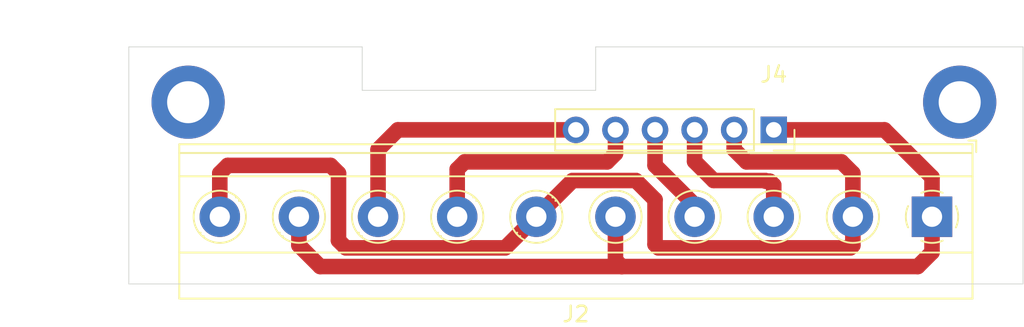
<source format=kicad_pcb>
(kicad_pcb (version 20171130) (host pcbnew "(5.1.7)-1")

  (general
    (thickness 1.6)
    (drawings 10)
    (tracks 54)
    (zones 0)
    (modules 4)
    (nets 7)
  )

  (page A4)
  (layers
    (0 F.Cu signal)
    (31 B.Cu signal)
    (32 B.Adhes user)
    (33 F.Adhes user)
    (34 B.Paste user)
    (35 F.Paste user)
    (36 B.SilkS user)
    (37 F.SilkS user)
    (38 B.Mask user)
    (39 F.Mask user)
    (40 Dwgs.User user)
    (41 Cmts.User user)
    (42 Eco1.User user)
    (43 Eco2.User user)
    (44 Edge.Cuts user)
    (45 Margin user)
    (46 B.CrtYd user)
    (47 F.CrtYd user)
    (48 B.Fab user)
    (49 F.Fab user)
  )

  (setup
    (last_trace_width 0.6)
    (trace_clearance 0.2)
    (zone_clearance 0.508)
    (zone_45_only no)
    (trace_min 0.2)
    (via_size 0.8)
    (via_drill 0.4)
    (via_min_size 0.4)
    (via_min_drill 0.3)
    (uvia_size 0.3)
    (uvia_drill 0.1)
    (uvias_allowed no)
    (uvia_min_size 0.2)
    (uvia_min_drill 0.1)
    (edge_width 0.05)
    (segment_width 0.2)
    (pcb_text_width 0.3)
    (pcb_text_size 1.5 1.5)
    (mod_edge_width 0.12)
    (mod_text_size 1 1)
    (mod_text_width 0.15)
    (pad_size 1.524 1.524)
    (pad_drill 0.762)
    (pad_to_mask_clearance 0)
    (aux_axis_origin 53.34 91.44)
    (visible_elements 7FFFFFFF)
    (pcbplotparams
      (layerselection 0x01080_7fffffff)
      (usegerberextensions false)
      (usegerberattributes true)
      (usegerberadvancedattributes true)
      (creategerberjobfile true)
      (excludeedgelayer true)
      (linewidth 0.100000)
      (plotframeref false)
      (viasonmask false)
      (mode 1)
      (useauxorigin true)
      (hpglpennumber 1)
      (hpglpenspeed 20)
      (hpglpendiameter 15.000000)
      (psnegative false)
      (psa4output false)
      (plotreference true)
      (plotvalue true)
      (plotinvisibletext false)
      (padsonsilk false)
      (subtractmaskfromsilk false)
      (outputformat 1)
      (mirror false)
      (drillshape 0)
      (scaleselection 1)
      (outputdirectory "output/"))
  )

  (net 0 "")
  (net 1 "Net-(J2-Pad10)")
  (net 2 "Net-(J2-Pad1)")
  (net 3 /9)
  (net 4 /7)
  (net 5 /5)
  (net 6 /3)

  (net_class Default "This is the default net class."
    (clearance 0.2)
    (trace_width 0.6)
    (via_dia 0.8)
    (via_drill 0.4)
    (uvia_dia 0.3)
    (uvia_drill 0.1)
  )

  (net_class Power ""
    (clearance 0.2)
    (trace_width 1)
    (via_dia 0.8)
    (via_drill 0.4)
    (uvia_dia 0.3)
    (uvia_drill 0.1)
    (add_net /3)
    (add_net /5)
    (add_net /7)
    (add_net /9)
    (add_net "Net-(J2-Pad1)")
    (add_net "Net-(J2-Pad10)")
  )

  (module Connector_PinSocket_2.54mm:PinSocket_1x06_P2.54mm_Vertical (layer F.Cu) (tedit 5A19A430) (tstamp 5FB858C4)
    (at 94.742 81.534 270)
    (descr "Through hole straight socket strip, 1x06, 2.54mm pitch, single row (from Kicad 4.0.7), script generated")
    (tags "Through hole socket strip THT 1x06 2.54mm single row")
    (path /5FBFE2A3)
    (fp_text reference J4 (at -3.556 0 180) (layer F.SilkS)
      (effects (font (size 1 1) (thickness 0.15)))
    )
    (fp_text value IOF (at -2.032 0.254 180) (layer F.Fab)
      (effects (font (size 1 1) (thickness 0.15)))
    )
    (fp_line (start -1.8 14.45) (end -1.8 -1.8) (layer F.CrtYd) (width 0.05))
    (fp_line (start 1.75 14.45) (end -1.8 14.45) (layer F.CrtYd) (width 0.05))
    (fp_line (start 1.75 -1.8) (end 1.75 14.45) (layer F.CrtYd) (width 0.05))
    (fp_line (start -1.8 -1.8) (end 1.75 -1.8) (layer F.CrtYd) (width 0.05))
    (fp_line (start 0 -1.33) (end 1.33 -1.33) (layer F.SilkS) (width 0.12))
    (fp_line (start 1.33 -1.33) (end 1.33 0) (layer F.SilkS) (width 0.12))
    (fp_line (start 1.33 1.27) (end 1.33 14.03) (layer F.SilkS) (width 0.12))
    (fp_line (start -1.33 14.03) (end 1.33 14.03) (layer F.SilkS) (width 0.12))
    (fp_line (start -1.33 1.27) (end -1.33 14.03) (layer F.SilkS) (width 0.12))
    (fp_line (start -1.33 1.27) (end 1.33 1.27) (layer F.SilkS) (width 0.12))
    (fp_line (start -1.27 13.97) (end -1.27 -1.27) (layer F.Fab) (width 0.1))
    (fp_line (start 1.27 13.97) (end -1.27 13.97) (layer F.Fab) (width 0.1))
    (fp_line (start 1.27 -0.635) (end 1.27 13.97) (layer F.Fab) (width 0.1))
    (fp_line (start 0.635 -1.27) (end 1.27 -0.635) (layer F.Fab) (width 0.1))
    (fp_line (start -1.27 -1.27) (end 0.635 -1.27) (layer F.Fab) (width 0.1))
    (fp_text user %R (at 0 6.35) (layer F.Fab)
      (effects (font (size 1 1) (thickness 0.15)))
    )
    (pad 6 thru_hole oval (at 0 12.7 270) (size 1.7 1.7) (drill 1) (layers *.Cu *.Mask)
      (net 3 /9))
    (pad 5 thru_hole oval (at 0 10.16 270) (size 1.7 1.7) (drill 1) (layers *.Cu *.Mask)
      (net 4 /7))
    (pad 4 thru_hole oval (at 0 7.62 270) (size 1.7 1.7) (drill 1) (layers *.Cu *.Mask)
      (net 5 /5))
    (pad 3 thru_hole oval (at 0 5.08 270) (size 1.7 1.7) (drill 1) (layers *.Cu *.Mask)
      (net 6 /3))
    (pad 2 thru_hole oval (at 0 2.54 270) (size 1.7 1.7) (drill 1) (layers *.Cu *.Mask)
      (net 1 "Net-(J2-Pad10)"))
    (pad 1 thru_hole rect (at 0 0 270) (size 1.7 1.7) (drill 1) (layers *.Cu *.Mask)
      (net 2 "Net-(J2-Pad1)"))
    (model ${KISYS3DMOD}/Connector_PinSocket_2.54mm.3dshapes/PinSocket_1x06_P2.54mm_Vertical.wrl
      (at (xyz 0 0 0))
      (scale (xyz 1 1 1))
      (rotate (xyz 0 0 0))
    )
  )

  (module MountingHole:MountingHole_2.7mm_M2.5_DIN965_Pad (layer F.Cu) (tedit 56D1B4CB) (tstamp 5FB8C81C)
    (at 106.68 79.756)
    (descr "Mounting Hole 2.7mm, M2.5, DIN965")
    (tags "mounting hole 2.7mm m2.5 din965")
    (attr virtual)
    (fp_text reference REF** (at 0 -0.508) (layer F.SilkS) hide
      (effects (font (size 1 1) (thickness 0.15)))
    )
    (fp_text value UTR (at -3.81 -2.032) (layer F.Fab)
      (effects (font (size 1 1) (thickness 0.15)))
    )
    (fp_circle (center 0 0) (end 2.6 0) (layer F.CrtYd) (width 0.05))
    (fp_circle (center 0 0) (end 2.35 0) (layer Cmts.User) (width 0.15))
    (fp_text user %R (at 0.3 0) (layer F.Fab)
      (effects (font (size 1 1) (thickness 0.15)))
    )
    (pad 1 thru_hole circle (at 0 0) (size 4.7 4.7) (drill 2.7) (layers *.Cu *.Mask))
  )

  (module MountingHole:MountingHole_2.7mm_M2.5_DIN965_Pad (layer F.Cu) (tedit 56D1B4CB) (tstamp 5FB8C7F8)
    (at 57.15 79.756)
    (descr "Mounting Hole 2.7mm, M2.5, DIN965")
    (tags "mounting hole 2.7mm m2.5 din965")
    (attr virtual)
    (fp_text reference REF** (at 0 -0.508) (layer F.SilkS) hide
      (effects (font (size 1 1) (thickness 0.15)))
    )
    (fp_text value UL (at 3.302 -2.286) (layer F.Fab)
      (effects (font (size 1 1) (thickness 0.15)))
    )
    (fp_circle (center 0 0) (end 2.6 0) (layer F.CrtYd) (width 0.05))
    (fp_circle (center 0 0) (end 2.35 0) (layer Cmts.User) (width 0.15))
    (fp_text user %R (at 0.3 0) (layer F.Fab)
      (effects (font (size 1 1) (thickness 0.15)))
    )
    (pad 1 thru_hole circle (at 0 0) (size 4.7 4.7) (drill 2.7) (layers *.Cu *.Mask))
  )

  (module TerminalBlock_Phoenix:TerminalBlock_Phoenix_MKDS-1,5-10-5.08_1x10_P5.08mm_Horizontal (layer F.Cu) (tedit 5B294EC5) (tstamp 5FB85890)
    (at 104.902 87.122 180)
    (descr "Terminal Block Phoenix MKDS-1,5-10-5.08, 10 pins, pitch 5.08mm, size 50.8x9.8mm^2, drill diamater 1.3mm, pad diameter 2.6mm, see http://www.farnell.com/datasheets/100425.pdf, script-generated using https://github.com/pointhi/kicad-footprint-generator/scripts/TerminalBlock_Phoenix")
    (tags "THT Terminal Block Phoenix MKDS-1,5-10-5.08 pitch 5.08mm size 50.8x9.8mm^2 drill 1.3mm pad 2.6mm")
    (path /5FBF8A20)
    (fp_text reference J2 (at 22.86 -6.26) (layer F.SilkS)
      (effects (font (size 1 1) (thickness 0.15)))
    )
    (fp_text value IOT (at 22.86 5.66) (layer F.Fab)
      (effects (font (size 1 1) (thickness 0.15)))
    )
    (fp_line (start 48.76 -5.71) (end -3.04 -5.71) (layer F.CrtYd) (width 0.05))
    (fp_line (start 48.76 5.1) (end 48.76 -5.71) (layer F.CrtYd) (width 0.05))
    (fp_line (start -3.04 5.1) (end 48.76 5.1) (layer F.CrtYd) (width 0.05))
    (fp_line (start -3.04 -5.71) (end -3.04 5.1) (layer F.CrtYd) (width 0.05))
    (fp_line (start -2.84 4.9) (end -2.34 4.9) (layer F.SilkS) (width 0.12))
    (fp_line (start -2.84 4.16) (end -2.84 4.9) (layer F.SilkS) (width 0.12))
    (fp_line (start 44.493 1.023) (end 44.446 1.069) (layer F.SilkS) (width 0.12))
    (fp_line (start 46.79 -1.275) (end 46.755 -1.239) (layer F.SilkS) (width 0.12))
    (fp_line (start 44.686 1.239) (end 44.651 1.274) (layer F.SilkS) (width 0.12))
    (fp_line (start 46.995 -1.069) (end 46.948 -1.023) (layer F.SilkS) (width 0.12))
    (fp_line (start 46.675 -1.138) (end 44.583 0.955) (layer F.Fab) (width 0.1))
    (fp_line (start 46.858 -0.955) (end 44.766 1.138) (layer F.Fab) (width 0.1))
    (fp_line (start 39.413 1.023) (end 39.366 1.069) (layer F.SilkS) (width 0.12))
    (fp_line (start 41.71 -1.275) (end 41.675 -1.239) (layer F.SilkS) (width 0.12))
    (fp_line (start 39.606 1.239) (end 39.571 1.274) (layer F.SilkS) (width 0.12))
    (fp_line (start 41.915 -1.069) (end 41.868 -1.023) (layer F.SilkS) (width 0.12))
    (fp_line (start 41.595 -1.138) (end 39.503 0.955) (layer F.Fab) (width 0.1))
    (fp_line (start 41.778 -0.955) (end 39.686 1.138) (layer F.Fab) (width 0.1))
    (fp_line (start 34.333 1.023) (end 34.286 1.069) (layer F.SilkS) (width 0.12))
    (fp_line (start 36.63 -1.275) (end 36.595 -1.239) (layer F.SilkS) (width 0.12))
    (fp_line (start 34.526 1.239) (end 34.491 1.274) (layer F.SilkS) (width 0.12))
    (fp_line (start 36.835 -1.069) (end 36.788 -1.023) (layer F.SilkS) (width 0.12))
    (fp_line (start 36.515 -1.138) (end 34.423 0.955) (layer F.Fab) (width 0.1))
    (fp_line (start 36.698 -0.955) (end 34.606 1.138) (layer F.Fab) (width 0.1))
    (fp_line (start 29.253 1.023) (end 29.206 1.069) (layer F.SilkS) (width 0.12))
    (fp_line (start 31.55 -1.275) (end 31.515 -1.239) (layer F.SilkS) (width 0.12))
    (fp_line (start 29.446 1.239) (end 29.411 1.274) (layer F.SilkS) (width 0.12))
    (fp_line (start 31.755 -1.069) (end 31.708 -1.023) (layer F.SilkS) (width 0.12))
    (fp_line (start 31.435 -1.138) (end 29.343 0.955) (layer F.Fab) (width 0.1))
    (fp_line (start 31.618 -0.955) (end 29.526 1.138) (layer F.Fab) (width 0.1))
    (fp_line (start 24.173 1.023) (end 24.126 1.069) (layer F.SilkS) (width 0.12))
    (fp_line (start 26.47 -1.275) (end 26.435 -1.239) (layer F.SilkS) (width 0.12))
    (fp_line (start 24.366 1.239) (end 24.331 1.274) (layer F.SilkS) (width 0.12))
    (fp_line (start 26.675 -1.069) (end 26.628 -1.023) (layer F.SilkS) (width 0.12))
    (fp_line (start 26.355 -1.138) (end 24.263 0.955) (layer F.Fab) (width 0.1))
    (fp_line (start 26.538 -0.955) (end 24.446 1.138) (layer F.Fab) (width 0.1))
    (fp_line (start 19.093 1.023) (end 19.046 1.069) (layer F.SilkS) (width 0.12))
    (fp_line (start 21.39 -1.275) (end 21.355 -1.239) (layer F.SilkS) (width 0.12))
    (fp_line (start 19.286 1.239) (end 19.251 1.274) (layer F.SilkS) (width 0.12))
    (fp_line (start 21.595 -1.069) (end 21.548 -1.023) (layer F.SilkS) (width 0.12))
    (fp_line (start 21.275 -1.138) (end 19.183 0.955) (layer F.Fab) (width 0.1))
    (fp_line (start 21.458 -0.955) (end 19.366 1.138) (layer F.Fab) (width 0.1))
    (fp_line (start 14.013 1.023) (end 13.966 1.069) (layer F.SilkS) (width 0.12))
    (fp_line (start 16.31 -1.275) (end 16.275 -1.239) (layer F.SilkS) (width 0.12))
    (fp_line (start 14.206 1.239) (end 14.171 1.274) (layer F.SilkS) (width 0.12))
    (fp_line (start 16.515 -1.069) (end 16.468 -1.023) (layer F.SilkS) (width 0.12))
    (fp_line (start 16.195 -1.138) (end 14.103 0.955) (layer F.Fab) (width 0.1))
    (fp_line (start 16.378 -0.955) (end 14.286 1.138) (layer F.Fab) (width 0.1))
    (fp_line (start 8.933 1.023) (end 8.886 1.069) (layer F.SilkS) (width 0.12))
    (fp_line (start 11.23 -1.275) (end 11.195 -1.239) (layer F.SilkS) (width 0.12))
    (fp_line (start 9.126 1.239) (end 9.091 1.274) (layer F.SilkS) (width 0.12))
    (fp_line (start 11.435 -1.069) (end 11.388 -1.023) (layer F.SilkS) (width 0.12))
    (fp_line (start 11.115 -1.138) (end 9.023 0.955) (layer F.Fab) (width 0.1))
    (fp_line (start 11.298 -0.955) (end 9.206 1.138) (layer F.Fab) (width 0.1))
    (fp_line (start 3.853 1.023) (end 3.806 1.069) (layer F.SilkS) (width 0.12))
    (fp_line (start 6.15 -1.275) (end 6.115 -1.239) (layer F.SilkS) (width 0.12))
    (fp_line (start 4.046 1.239) (end 4.011 1.274) (layer F.SilkS) (width 0.12))
    (fp_line (start 6.355 -1.069) (end 6.308 -1.023) (layer F.SilkS) (width 0.12))
    (fp_line (start 6.035 -1.138) (end 3.943 0.955) (layer F.Fab) (width 0.1))
    (fp_line (start 6.218 -0.955) (end 4.126 1.138) (layer F.Fab) (width 0.1))
    (fp_line (start 0.955 -1.138) (end -1.138 0.955) (layer F.Fab) (width 0.1))
    (fp_line (start 1.138 -0.955) (end -0.955 1.138) (layer F.Fab) (width 0.1))
    (fp_line (start 48.32 -5.261) (end 48.32 4.66) (layer F.SilkS) (width 0.12))
    (fp_line (start -2.6 -5.261) (end -2.6 4.66) (layer F.SilkS) (width 0.12))
    (fp_line (start -2.6 4.66) (end 48.32 4.66) (layer F.SilkS) (width 0.12))
    (fp_line (start -2.6 -5.261) (end 48.32 -5.261) (layer F.SilkS) (width 0.12))
    (fp_line (start -2.6 -2.301) (end 48.32 -2.301) (layer F.SilkS) (width 0.12))
    (fp_line (start -2.54 -2.3) (end 48.26 -2.3) (layer F.Fab) (width 0.1))
    (fp_line (start -2.6 2.6) (end 48.32 2.6) (layer F.SilkS) (width 0.12))
    (fp_line (start -2.54 2.6) (end 48.26 2.6) (layer F.Fab) (width 0.1))
    (fp_line (start -2.6 4.1) (end 48.32 4.1) (layer F.SilkS) (width 0.12))
    (fp_line (start -2.54 4.1) (end 48.26 4.1) (layer F.Fab) (width 0.1))
    (fp_line (start -2.54 4.1) (end -2.54 -5.2) (layer F.Fab) (width 0.1))
    (fp_line (start -2.04 4.6) (end -2.54 4.1) (layer F.Fab) (width 0.1))
    (fp_line (start 48.26 4.6) (end -2.04 4.6) (layer F.Fab) (width 0.1))
    (fp_line (start 48.26 -5.2) (end 48.26 4.6) (layer F.Fab) (width 0.1))
    (fp_line (start -2.54 -5.2) (end 48.26 -5.2) (layer F.Fab) (width 0.1))
    (fp_circle (center 45.72 0) (end 47.4 0) (layer F.SilkS) (width 0.12))
    (fp_circle (center 45.72 0) (end 47.22 0) (layer F.Fab) (width 0.1))
    (fp_circle (center 40.64 0) (end 42.32 0) (layer F.SilkS) (width 0.12))
    (fp_circle (center 40.64 0) (end 42.14 0) (layer F.Fab) (width 0.1))
    (fp_circle (center 35.56 0) (end 37.24 0) (layer F.SilkS) (width 0.12))
    (fp_circle (center 35.56 0) (end 37.06 0) (layer F.Fab) (width 0.1))
    (fp_circle (center 30.48 0) (end 32.16 0) (layer F.SilkS) (width 0.12))
    (fp_circle (center 30.48 0) (end 31.98 0) (layer F.Fab) (width 0.1))
    (fp_circle (center 25.4 0) (end 27.08 0) (layer F.SilkS) (width 0.12))
    (fp_circle (center 25.4 0) (end 26.9 0) (layer F.Fab) (width 0.1))
    (fp_circle (center 20.32 0) (end 22 0) (layer F.SilkS) (width 0.12))
    (fp_circle (center 20.32 0) (end 21.82 0) (layer F.Fab) (width 0.1))
    (fp_circle (center 15.24 0) (end 16.92 0) (layer F.SilkS) (width 0.12))
    (fp_circle (center 15.24 0) (end 16.74 0) (layer F.Fab) (width 0.1))
    (fp_circle (center 10.16 0) (end 11.84 0) (layer F.SilkS) (width 0.12))
    (fp_circle (center 10.16 0) (end 11.66 0) (layer F.Fab) (width 0.1))
    (fp_circle (center 5.08 0) (end 6.76 0) (layer F.SilkS) (width 0.12))
    (fp_circle (center 5.08 0) (end 6.58 0) (layer F.Fab) (width 0.1))
    (fp_circle (center 0 0) (end 1.5 0) (layer F.Fab) (width 0.1))
    (fp_text user %R (at 22.86 3.2) (layer F.Fab)
      (effects (font (size 1 1) (thickness 0.15)))
    )
    (fp_arc (start 0 0) (end -0.684 1.535) (angle -25) (layer F.SilkS) (width 0.12))
    (fp_arc (start 0 0) (end -1.535 -0.684) (angle -48) (layer F.SilkS) (width 0.12))
    (fp_arc (start 0 0) (end 0.684 -1.535) (angle -48) (layer F.SilkS) (width 0.12))
    (fp_arc (start 0 0) (end 1.535 0.684) (angle -48) (layer F.SilkS) (width 0.12))
    (fp_arc (start 0 0) (end 0 1.68) (angle -24) (layer F.SilkS) (width 0.12))
    (pad 10 thru_hole circle (at 45.72 0 180) (size 2.6 2.6) (drill 1.3) (layers *.Cu *.Mask)
      (net 1 "Net-(J2-Pad10)"))
    (pad 9 thru_hole circle (at 40.64 0 180) (size 2.6 2.6) (drill 1.3) (layers *.Cu *.Mask)
      (net 2 "Net-(J2-Pad1)"))
    (pad 8 thru_hole circle (at 35.56 0 180) (size 2.6 2.6) (drill 1.3) (layers *.Cu *.Mask)
      (net 3 /9))
    (pad 7 thru_hole circle (at 30.48 0 180) (size 2.6 2.6) (drill 1.3) (layers *.Cu *.Mask)
      (net 4 /7))
    (pad 6 thru_hole circle (at 25.4 0 180) (size 2.6 2.6) (drill 1.3) (layers *.Cu *.Mask)
      (net 1 "Net-(J2-Pad10)"))
    (pad 5 thru_hole circle (at 20.32 0 180) (size 2.6 2.6) (drill 1.3) (layers *.Cu *.Mask)
      (net 2 "Net-(J2-Pad1)"))
    (pad 4 thru_hole circle (at 15.24 0 180) (size 2.6 2.6) (drill 1.3) (layers *.Cu *.Mask)
      (net 5 /5))
    (pad 3 thru_hole circle (at 10.16 0 180) (size 2.6 2.6) (drill 1.3) (layers *.Cu *.Mask)
      (net 6 /3))
    (pad 2 thru_hole circle (at 5.08 0 180) (size 2.6 2.6) (drill 1.3) (layers *.Cu *.Mask)
      (net 1 "Net-(J2-Pad10)"))
    (pad 1 thru_hole rect (at 0 0 180) (size 2.6 2.6) (drill 1.3) (layers *.Cu *.Mask)
      (net 2 "Net-(J2-Pad1)"))
    (model ${KISYS3DMOD}/TerminalBlock_Phoenix.3dshapes/TerminalBlock_Phoenix_MKDS-1,5-10-5.08_1x10_P5.08mm_Horizontal.wrl
      (at (xyz 0 0 0))
      (scale (xyz 1 1 1))
      (rotate (xyz 0 0 0))
    )
  )

  (dimension 57.404 (width 0.15) (layer Dwgs.User)
    (gr_text "57.404 mm" (at 82.042 73.884) (layer Dwgs.User)
      (effects (font (size 1 1) (thickness 0.15)))
    )
    (feature1 (pts (xy 110.744 76.2) (xy 110.744 74.597579)))
    (feature2 (pts (xy 53.34 76.2) (xy 53.34 74.597579)))
    (crossbar (pts (xy 53.34 75.184) (xy 110.744 75.184)))
    (arrow1a (pts (xy 110.744 75.184) (xy 109.617496 75.770421)))
    (arrow1b (pts (xy 110.744 75.184) (xy 109.617496 74.597579)))
    (arrow2a (pts (xy 53.34 75.184) (xy 54.466504 75.770421)))
    (arrow2b (pts (xy 53.34 75.184) (xy 54.466504 74.597579)))
  )
  (gr_line (start 83.312 76.2) (end 110.744 76.2) (layer Edge.Cuts) (width 0.05) (tstamp 61E3A392))
  (gr_line (start 53.34 76.2) (end 68.326 76.2) (layer Edge.Cuts) (width 0.05) (tstamp 61E3A391))
  (dimension 15.24 (width 0.15) (layer Dwgs.User)
    (gr_text "15.240 mm" (at 48.738 83.82 90) (layer Dwgs.User)
      (effects (font (size 1 1) (thickness 0.15)))
    )
    (feature1 (pts (xy 53.34 76.2) (xy 49.451579 76.2)))
    (feature2 (pts (xy 53.34 91.44) (xy 49.451579 91.44)))
    (crossbar (pts (xy 50.038 91.44) (xy 50.038 76.2)))
    (arrow1a (pts (xy 50.038 76.2) (xy 50.624421 77.326504)))
    (arrow1b (pts (xy 50.038 76.2) (xy 49.451579 77.326504)))
    (arrow2a (pts (xy 50.038 91.44) (xy 50.624421 90.313496)))
    (arrow2b (pts (xy 50.038 91.44) (xy 49.451579 90.313496)))
  )
  (gr_line (start 53.34 76.2) (end 53.34 91.44) (layer Edge.Cuts) (width 0.05) (tstamp 5FBCD7FF))
  (gr_line (start 110.744 76.2) (end 110.744 91.44) (layer Edge.Cuts) (width 0.05) (tstamp 5FBCD7F6))
  (gr_line (start 68.326 78.994) (end 68.326 76.2) (layer Edge.Cuts) (width 0.05))
  (gr_line (start 83.312 76.2) (end 83.312 78.994) (layer Edge.Cuts) (width 0.05) (tstamp 5FBCC202))
  (gr_line (start 83.312 78.994) (end 68.326 78.994) (layer Edge.Cuts) (width 0.05))
  (gr_line (start 110.744 91.44) (end 53.34 91.44) (layer Edge.Cuts) (width 0.05) (tstamp 5FB8C901))

  (segment (start 99.822 84.328) (end 99.822 87.122) (width 1) (layer F.Cu) (net 1))
  (segment (start 99.086001 83.592001) (end 99.822 84.328) (width 1) (layer F.Cu) (net 1))
  (segment (start 81.831989 84.792011) (end 79.502 87.122) (width 1) (layer F.Cu) (net 1))
  (segment (start 87.122 88.9) (end 87.122 86.02507) (width 1) (layer F.Cu) (net 1))
  (segment (start 87.122 86.02507) (end 85.888941 84.792011) (width 1) (layer F.Cu) (net 1))
  (segment (start 87.344 89.122) (end 87.122 88.9) (width 1) (layer F.Cu) (net 1))
  (segment (start 99.822 88.960477) (end 99.660477 89.122) (width 1) (layer F.Cu) (net 1))
  (segment (start 85.888941 84.792011) (end 81.831989 84.792011) (width 1) (layer F.Cu) (net 1))
  (segment (start 99.660477 89.122) (end 87.344 89.122) (width 1) (layer F.Cu) (net 1))
  (segment (start 99.822 87.122) (end 99.822 88.960477) (width 1) (layer F.Cu) (net 1))
  (segment (start 59.69 83.82) (end 59.182 84.328) (width 1) (layer F.Cu) (net 1))
  (segment (start 66.294 83.82) (end 59.69 83.82) (width 1) (layer F.Cu) (net 1))
  (segment (start 66.802 84.328) (end 66.294 83.82) (width 1) (layer F.Cu) (net 1))
  (segment (start 59.182 84.328) (end 59.182 87.122) (width 1) (layer F.Cu) (net 1))
  (segment (start 66.802 88.646) (end 66.802 84.328) (width 1) (layer F.Cu) (net 1))
  (segment (start 67.278001 89.122001) (end 66.802 88.646) (width 1) (layer F.Cu) (net 1))
  (segment (start 77.502 89.122) (end 67.278001 89.122001) (width 1) (layer F.Cu) (net 1))
  (segment (start 79.502 87.122) (end 77.502 89.122) (width 1) (layer F.Cu) (net 1))
  (segment (start 99.086001 83.592001) (end 92.990001 83.592001) (width 1) (layer F.Cu) (net 1))
  (segment (start 92.202 82.804) (end 92.202 81.534) (width 1) (layer F.Cu) (net 1))
  (segment (start 92.990001 83.592001) (end 92.202 82.804) (width 1) (layer F.Cu) (net 1))
  (segment (start 64.262 88.960477) (end 65.623533 90.32201) (width 1) (layer F.Cu) (net 2))
  (segment (start 64.262 87.122) (end 64.262 88.960477) (width 1) (layer F.Cu) (net 2))
  (segment (start 104.902 89.408) (end 104.902 87.122) (width 1) (layer F.Cu) (net 2))
  (segment (start 103.98799 90.32201) (end 104.902 89.408) (width 1) (layer F.Cu) (net 2))
  (segment (start 84.582 87.122) (end 84.582 89.916) (width 1) (layer F.Cu) (net 2))
  (segment (start 84.98801 90.32201) (end 103.98799 90.32201) (width 1) (layer F.Cu) (net 2))
  (segment (start 84.582 89.916) (end 84.98801 90.32201) (width 1) (layer F.Cu) (net 2))
  (segment (start 65.623533 90.32201) (end 84.98801 90.32201) (width 1) (layer F.Cu) (net 2))
  (segment (start 94.742 81.534) (end 101.854 81.534) (width 1) (layer F.Cu) (net 2))
  (segment (start 104.902 84.582) (end 104.902 87.122) (width 1) (layer F.Cu) (net 2))
  (segment (start 101.854 81.534) (end 104.902 84.582) (width 1) (layer F.Cu) (net 2))
  (segment (start 82.042 81.534) (end 70.612 81.534) (width 1) (layer F.Cu) (net 3))
  (segment (start 69.342 82.804) (end 69.342 87.122) (width 1) (layer F.Cu) (net 3))
  (segment (start 70.612 81.534) (end 69.342 82.804) (width 1) (layer F.Cu) (net 3))
  (segment (start 74.698001 86.467997) (end 74.698001 86.716001) (width 0.6) (layer F.Cu) (net 4))
  (segment (start 74.422 84.074) (end 74.422 87.122) (width 1) (layer F.Cu) (net 4))
  (segment (start 74.903999 83.592001) (end 74.422 84.074) (width 1) (layer F.Cu) (net 4))
  (segment (start 74.903999 83.592001) (end 84.047999 83.592001) (width 1) (layer F.Cu) (net 4))
  (segment (start 84.582 83.058) (end 84.582 81.534) (width 1) (layer F.Cu) (net 4))
  (segment (start 84.047999 83.592001) (end 84.582 83.058) (width 1) (layer F.Cu) (net 4))
  (segment (start 89.662 86.868) (end 89.662 87.122) (width 1) (layer F.Cu) (net 5))
  (segment (start 89.662 87.122) (end 89.662 86.36) (width 1) (layer F.Cu) (net 5))
  (segment (start 87.122 83.82) (end 87.122 81.534) (width 1) (layer F.Cu) (net 5))
  (segment (start 89.662 86.36) (end 87.122 83.82) (width 1) (layer F.Cu) (net 5))
  (segment (start 95.018001 86.467997) (end 95.018001 86.716001) (width 0.6) (layer F.Cu) (net 6))
  (segment (start 95.018001 86.716001) (end 94.082001 87.652001) (width 0.6) (layer F.Cu) (net 6))
  (segment (start 94.742 85.09) (end 94.742 87.122) (width 1) (layer F.Cu) (net 6))
  (segment (start 94.488 84.836) (end 94.742 85.09) (width 1) (layer F.Cu) (net 6))
  (segment (start 94.190011 84.792011) (end 90.888011 84.792011) (width 1) (layer F.Cu) (net 6))
  (segment (start 94.234 84.836) (end 94.190011 84.792011) (width 1) (layer F.Cu) (net 6))
  (segment (start 94.488 84.836) (end 94.234 84.836) (width 1) (layer F.Cu) (net 6))
  (segment (start 89.662 83.566) (end 89.662 81.534) (width 1) (layer F.Cu) (net 6))
  (segment (start 90.888011 84.792011) (end 89.662 83.566) (width 1) (layer F.Cu) (net 6))

)

</source>
